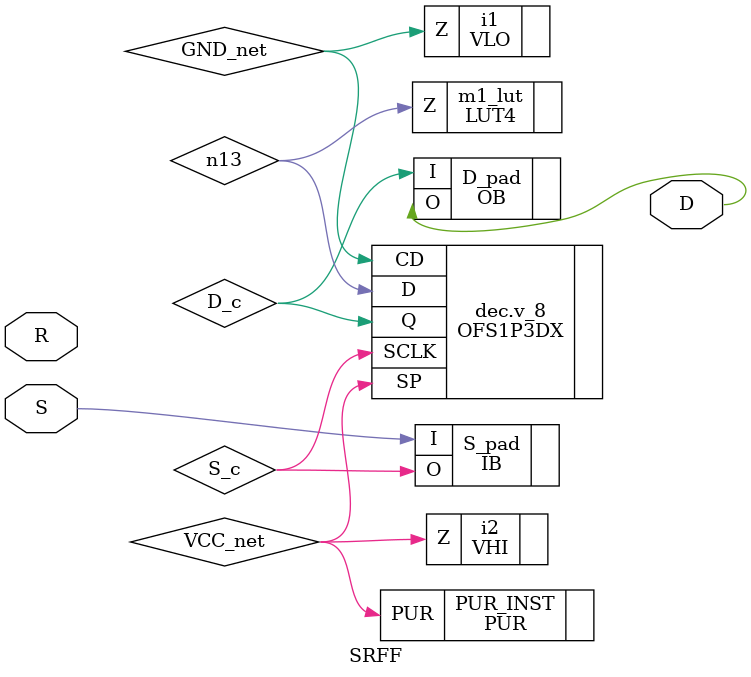
<source format=v>

module SRFF (S, R, D);   // d:/dt/stoppuhr/srff.vhd(4[8:12])
    input S;   // d:/dt/stoppuhr/srff.vhd(6[2:3])
    input R;   // d:/dt/stoppuhr/srff.vhd(7[2:3])
    output D;   // d:/dt/stoppuhr/srff.vhd(8[2:3])
    
    wire S_c;   // d:/dt/stoppuhr/srff.vhd(6[2:3])
    wire R_c;   // d:/dt/stoppuhr/srff.vhd(7[2:3])
    wire D_c;   // d:/dt/stoppuhr/srff.vhd(8[2:3])
    wire n13 /* synthesis nomerge= */ ;
    
    wire GND_net, VCC_net, n11;
    
    VHI i2 (.Z(VCC_net));
    LUT4 i11_1_lut (.A(R_c), .Z(n11)) /* synthesis lut_function=(!(A)) */ ;
    defparam i11_1_lut.init = 16'h5555;
    IB S_pad (.I(S), .O(S_c));
    OB D_pad (.I(D_c), .O(D));
    IB R_pad (.I(R), .O(R_c));
    GSR GSR_INST (.GSR(n11));
    OFS1P3DX \dec.v_8  (.D(n13), .SP(VCC_net), .SCLK(S_c), .CD(GND_net), 
            .Q(D_c));
    defparam \dec.v_8 .GSR = "ENABLED";
    LUT4 m1_lut (.Z(n13)) /* synthesis lut_function=1, syn_instantiated=1 */ ;
    defparam m1_lut.init = 16'hffff;
    PUR PUR_INST (.PUR(VCC_net));
    defparam PUR_INST.RST_PULSE = 1;
    VLO i1 (.Z(GND_net));
    
endmodule
//
// Verilog Description of module PUR
// module not written out since it is a black-box. 
//


</source>
